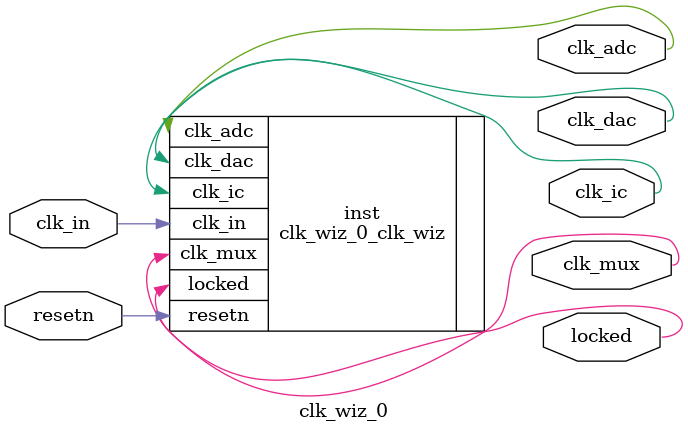
<source format=v>


`timescale 1ps/1ps

(* CORE_GENERATION_INFO = "clk_wiz_0,clk_wiz_v5_4_3_0,{component_name=clk_wiz_0,use_phase_alignment=true,use_min_o_jitter=false,use_max_i_jitter=false,use_dyn_phase_shift=false,use_inclk_switchover=false,use_dyn_reconfig=false,enable_axi=0,feedback_source=FDBK_AUTO,PRIMITIVE=MMCM,num_out_clk=4,clkin1_period=20.000,clkin2_period=10.000,use_power_down=false,use_reset=true,use_locked=true,use_inclk_stopped=false,feedback_type=SINGLE,CLOCK_MGR_TYPE=NA,manual_override=false}" *)

module clk_wiz_0 
 (
  // Clock out ports
  output        clk_dac,
  output        clk_mux,
  output        clk_adc,
  output        clk_ic,
  // Status and control signals
  input         resetn,
  output        locked,
 // Clock in ports
  input         clk_in
 );

  clk_wiz_0_clk_wiz inst
  (
  // Clock out ports  
  .clk_dac(clk_dac),
  .clk_mux(clk_mux),
  .clk_adc(clk_adc),
  .clk_ic(clk_ic),
  // Status and control signals               
  .resetn(resetn), 
  .locked(locked),
 // Clock in ports
  .clk_in(clk_in)
  );

endmodule

</source>
